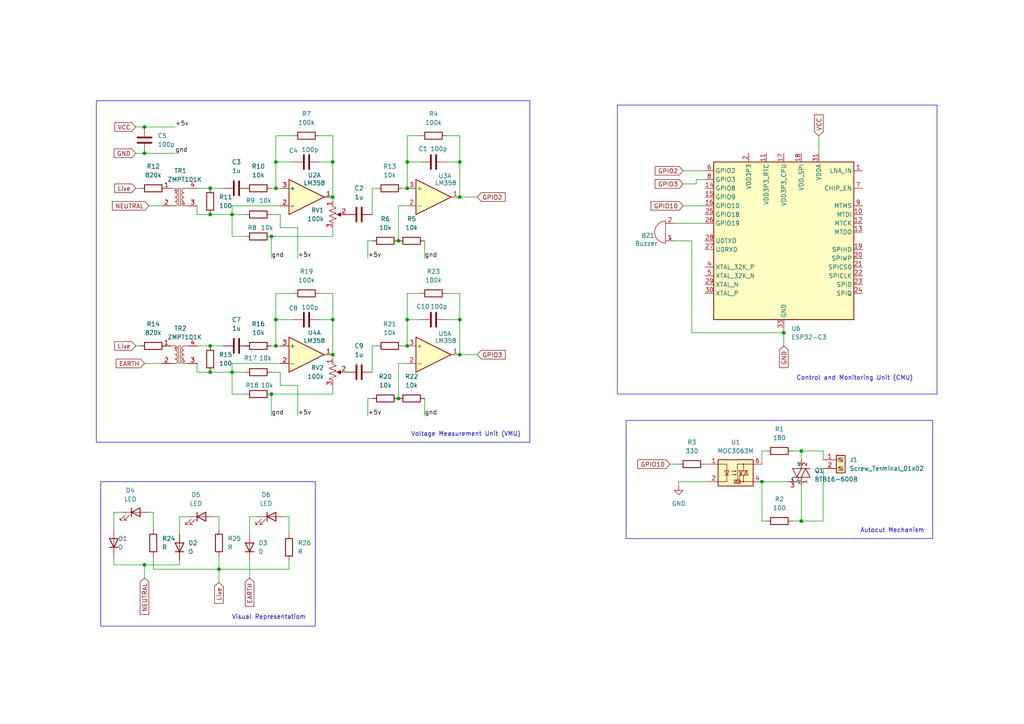
<source format=kicad_sch>
(kicad_sch (version 20250114) (generator "eeschema") (generator_version "9.0")
  (paper "A4")
  (title_block (title "Earthing Monitoring System") (date "2025-05-09") (rev "v1") (company "Sparks"))
  (lib_symbols
    (symbol "Amplifier_Operational:LM358" (pin_names (offset 0.127))
      (property "Reference" "U" (at 0 5.08 0))
      (property "Value" "LM358" (at 0 -5.08 0))
      (symbol "LM358_1_1"
        (polyline (pts (xy -5.08 5.08) (xy 5.08 0) (xy -5.08 -5.08) (xy -5.08 5.08)) (stroke (width 0.254)) (fill (type background)))
        (pin input line (at -7.62 2.54 0) (length 2.54) (name "+") (number "3"))
        (pin input line (at -7.62 -2.54 0) (length 2.54) (name "-") (number "2"))
        (pin output line (at 7.62 0 180) (length 2.54) (name "~") (number "1"))
      )
      (symbol "LM358_2_1"
        (polyline (pts (xy -5.08 5.08) (xy 5.08 0) (xy -5.08 -5.08) (xy -5.08 5.08)) (stroke (width 0.254)) (fill (type background)))
        (pin input line (at -7.62 2.54 0) (length 2.54) (name "+") (number "5"))
        (pin input line (at -7.62 -2.54 0) (length 2.54) (name "-") (number "6"))
        (pin output line (at 7.62 0 180) (length 2.54) (name "~") (number "7"))
      )
      (symbol "LM358_3_1"
        (pin power_in line (at -2.54 7.62 270) (length 3.81) (name "V+") (number "8"))
        (pin power_in line (at -2.54 -7.62 90) (length 3.81) (name "V-") (number "4"))
      )
    )
    (symbol "Connector:Screw_Terminal_01x02" (pin_names (offset 1.016) (hide yes))
      (property "Reference" "J" (at 0 2.54 0))
      (property "Value" "Screw_Terminal_01x02" (at 0 -5.08 0))
      (symbol "Screw_Terminal_01x02_1_1"
        (rectangle (start -1.27 1.27) (end 1.27 -3.81) (stroke (width 0.254)) (fill (type background)))
        (polyline (pts (xy -0.5334 0.3302) (xy 0.3302 -0.508)) (stroke (width 0.1524)))
        (polyline (pts (xy -0.5334 -2.2098) (xy 0.3302 -3.048)) (stroke (width 0.1524)))
        (polyline (pts (xy -0.3556 0.508) (xy 0.508 -0.3302)) (stroke (width 0.1524)))
        (polyline (pts (xy -0.3556 -2.032) (xy 0.508 -2.8702)) (stroke (width 0.1524)))
        (circle (center 0 0) (radius 0.635) (stroke (width 0.1524)))
        (circle (center 0 -2.54) (radius 0.635) (stroke (width 0.1524)))
        (pin passive line (at -5.08 0 0) (length 3.81) (name "Pin_1") (number "1"))
        (pin passive line (at -5.08 -2.54 0) (length 3.81) (name "Pin_2") (number "2"))
      )
    )
    (symbol "Device:Buzzer" (pin_names (offset 0.0254) (hide yes))
      (property "Reference" "BZ" (at 3.81 1.27 0))
      (property "Value" "Buzzer" (at 3.81 -1.27 0))
      (symbol "Buzzer_0_1"
        (polyline (pts (xy -1.651 1.905) (xy -1.143 1.905)))
        (polyline (pts (xy -1.397 2.159) (xy -1.397 1.651)))
        (arc (start 0 3.175) (mid 3.1612 0) (end 0 -3.175))
        (polyline (pts (xy 0 3.175) (xy 0 -3.175)))
      )
      (symbol "Buzzer_1_1"
        (pin passive line (at -2.54 2.54 0) (length 2.54) (name "+") (number "1"))
        (pin passive line (at -2.54 -2.54 0) (length 2.54) (name "-") (number "2"))
      )
    )
    (symbol "Device:C" (pin_numbers (hide yes)) (pin_names (offset 0.254))
      (property "Reference" "C" (at 0.635 2.54 0))
      (property "Value" "C" (at 0.635 -2.54 0))
      (symbol "C_0_1"
        (polyline (pts (xy -2.032 0.762) (xy 2.032 0.762)) (stroke (width 0.508)))
        (polyline (pts (xy -2.032 -0.762) (xy 2.032 -0.762)) (stroke (width 0.508)))
      )
      (symbol "C_1_1"
        (pin passive line (at 0 3.81 270) (length 2.794) (name "~") (number "1"))
        (pin passive line (at 0 -3.81 90) (length 2.794) (name "~") (number "2"))
      )
    )
    (symbol "Device:D" (pin_numbers (hide yes)) (pin_names (offset 1.016) (hide yes))
      (property "Reference" "D" (at 0 2.54 0))
      (property "Value" "D" (at 0 -2.54 0))
      (symbol "D_0_1"
        (polyline (pts (xy -1.27 1.27) (xy -1.27 -1.27)) (stroke (width 0.254)))
        (polyline (pts (xy 1.27 1.27) (xy 1.27 -1.27) (xy -1.27 0) (xy 1.27 1.27)) (stroke (width 0.254)))
        (polyline (pts (xy 1.27 0) (xy -1.27 0)))
      )
      (symbol "D_1_1"
        (pin passive line (at -3.81 0 0) (length 2.54) (name "K") (number "1"))
        (pin passive line (at 3.81 0 180) (length 2.54) (name "A") (number "2"))
      )
    )
    (symbol "Device:LED" (pin_numbers (hide yes)) (pin_names (offset 1.016) (hide yes))
      (property "Reference" "D" (at 0 2.54 0))
      (property "Value" "LED" (at 0 -2.54 0))
      (symbol "LED_0_1"
        (polyline (pts (xy -3.048 -0.762) (xy -4.572 -2.286) (xy -3.81 -2.286) (xy -4.572 -2.286) (xy -4.572 -1.524)))
        (polyline (pts (xy -1.778 -0.762) (xy -3.302 -2.286) (xy -2.54 -2.286) (xy -3.302 -2.286) (xy -3.302 -1.524)))
        (polyline (pts (xy -1.27 0) (xy 1.27 0)))
        (polyline (pts (xy -1.27 -1.27) (xy -1.27 1.27)) (stroke (width 0.254)))
        (polyline (pts (xy 1.27 -1.27) (xy 1.27 1.27) (xy -1.27 0) (xy 1.27 -1.27)) (stroke (width 0.254)))
      )
      (symbol "LED_1_1"
        (pin passive line (at -3.81 0 0) (length 2.54) (name "K") (number "1"))
        (pin passive line (at 3.81 0 180) (length 2.54) (name "A") (number "2"))
      )
    )
    (symbol "Device:R" (pin_numbers (hide yes)) (pin_names (offset 0))
      (property "Reference" "R" (at 2.032 0 90))
      (property "Value" "R" (at 0 0 90))
      (symbol "R_0_1"
        (rectangle (start -1.016 -2.54) (end 1.016 2.54) (stroke (width 0.254)))
      )
      (symbol "R_1_1"
        (pin passive line (at 0 3.81 270) (length 1.27) (name "~") (number "1"))
        (pin passive line (at 0 -3.81 90) (length 1.27) (name "~") (number "2"))
      )
    )
    (symbol "Device:R_Potentiometer_US" (pin_names (offset 1.016) (hide yes))
      (property "Reference" "RV" (at -4.445 0 90))
      (property "Value" "R_Potentiometer_US" (at -2.54 0 90))
      (symbol "R_Potentiometer_US_0_1"
        (polyline (pts (xy 0 2.54) (xy 0 2.286)))
        (polyline (pts (xy 0 2.286) (xy 1.016 1.905) (xy 0 1.524) (xy -1.016 1.143) (xy 0 0.762)))
        (polyline (pts (xy 0 0.762) (xy 1.016 0.381) (xy 0 0) (xy -1.016 -0.381) (xy 0 -0.762)))
        (polyline (pts (xy 0 -0.762) (xy 1.016 -1.143) (xy 0 -1.524) (xy -1.016 -1.905) (xy 0 -2.286)))
        (polyline (pts (xy 0 -2.286) (xy 0 -2.54)))
        (polyline (pts (xy 1.143 0) (xy 2.286 0.508) (xy 2.286 -0.508) (xy 1.143 0)) (fill (type outline)))
        (polyline (pts (xy 2.54 0) (xy 1.524 0)))
      )
      (symbol "R_Potentiometer_US_1_1"
        (pin passive line (at 0 3.81 270) (length 1.27) (name "1") (number "1"))
        (pin passive line (at 0 -3.81 90) (length 1.27) (name "3") (number "3"))
        (pin passive line (at 3.81 0 180) (length 1.27) (name "2") (number "2"))
      )
    )
    (symbol "MCU_Espressif:ESP32-C3"
      (property "Reference" "U" (at -17.272 23.876 0))
      (property "Value" "ESP32-C3" (at 16.256 23.876 0))
      (symbol "ESP32-C3_1_1"
        (rectangle (start -20.32 22.86) (end 20.32 -22.86) (stroke (width 0.254)) (fill (type background)))
        (pin bidirectional line (at -22.86 20.32 0) (length 2.54) (name "GPIO2") (number "6"))
        (pin bidirectional line (at -22.86 17.78 0) (length 2.54) (name "GPIO3") (number "8"))
        (pin bidirectional line (at -22.86 15.24 0) (length 2.54) (name "GPIO8") (number "14"))
        (pin bidirectional line (at -22.86 12.7 0) (length 2.54) (name "GPIO9") (number "15"))
        (pin bidirectional line (at -22.86 10.16 0) (length 2.54) (name "GPIO10") (number "16"))
        (pin bidirectional line (at -22.86 7.62 0) (length 2.54) (name "GPIO18") (number "25"))
        (pin bidirectional line (at -22.86 5.08 0) (length 2.54) (name "GPIO19") (number "26"))
        (pin bidirectional line (at -22.86 0 0) (length 2.54) (name "U0TXD") (number "28"))
        (pin bidirectional line (at -22.86 -2.54 0) (length 2.54) (name "U0RXD") (number "27"))
        (pin bidirectional line (at -22.86 -7.62 0) (length 2.54) (name "XTAL_32K_P") (number "4"))
        (pin bidirectional line (at -22.86 -10.16 0) (length 2.54) (name "XTAL_32K_N") (number "5"))
        (pin bidirectional line (at -22.86 -12.7 0) (length 2.54) (name "XTAL_N") (number "29"))
        (pin bidirectional line (at -22.86 -15.24 0) (length 2.54) (name "XTAL_P") (number "30"))
        (pin power_in line (at -10.16 25.4 270) (length 2.54) (name "VDD3P3") (number "2"))
        (pin passive line (at -10.16 25.4 270) (length 2.54) (hide yes) (name "VDD3P3") (number "3"))
        (pin power_in line (at -5.08 25.4 270) (length 2.54) (name "VDD3P3_RTC") (number "11"))
        (pin power_in line (at 0 25.4 270) (length 2.54) (name "VDD3P3_CPU") (number "17"))
        (pin power_in line (at 0 -25.4 90) (length 2.54) (name "GND") (number "33"))
        (pin power_out line (at 5.08 25.4 270) (length 2.54) (name "VDD_SPI") (number "18"))
        (pin power_in line (at 10.16 25.4 270) (length 2.54) (name "VDDA") (number "31"))
        (pin passive line (at 10.16 25.4 270) (length 2.54) (hide yes) (name "VDDA") (number "32"))
        (pin bidirectional line (at 22.86 20.32 180) (length 2.54) (name "LNA_IN") (number "1"))
        (pin bidirectional line (at 22.86 15.24 180) (length 2.54) (name "CHIP_EN") (number "7"))
        (pin bidirectional line (at 22.86 10.16 180) (length 2.54) (name "MTMS") (number "9"))
        (pin bidirectional line (at 22.86 7.62 180) (length 2.54) (name "MTDI") (number "10"))
        (pin bidirectional line (at 22.86 5.08 180) (length 2.54) (name "MTCK") (number "12"))
        (pin bidirectional line (at 22.86 2.54 180) (length 2.54) (name "MTDO") (number "13"))
        (pin bidirectional line (at 22.86 -2.54 180) (length 2.54) (name "SPIHD") (number "19"))
        (pin bidirectional line (at 22.86 -5.08 180) (length 2.54) (name "SPIWP") (number "20"))
        (pin bidirectional line (at 22.86 -7.62 180) (length 2.54) (name "SPICS0") (number "21"))
        (pin bidirectional line (at 22.86 -10.16 180) (length 2.54) (name "SPICLK") (number "22"))
        (pin bidirectional line (at 22.86 -12.7 180) (length 2.54) (name "SPID") (number "23"))
        (pin bidirectional line (at 22.86 -15.24 180) (length 2.54) (name "SPIQ") (number "24"))
      )
    )
    (symbol "Relay_SolidState:MOC3063M"
      (property "Reference" "U" (at -5.08 5.08 0))
      (property "Value" "MOC3063M" (at 0 5.08 0))
      (symbol "MOC3063M_0_0"
        (rectangle (start -0.381 -2.032) (end 1.397 -3.048))
        (polyline (pts (xy 1.524 -0.635) (xy 1.016 -1.016) (xy 1.016 -2.032)))
        (polyline (pts (xy 2.286 -2.54) (xy 1.397 -2.54)))
        (text "ZCD" (at 0.508 -2.54 0) (effects (font (size 0.508 0.508))))
      )
      (symbol "MOC3063M_0_1"
        (rectangle (start -5.08 3.81) (end 5.08 -3.81) (stroke (width 0.254)) (fill (type background)))
        (polyline (pts (xy -5.08 2.54) (xy -2.54 2.54) (xy -2.54 -2.54) (xy -5.08 -2.54)))
        (polyline (pts (xy -3.175 -0.635) (xy -1.905 -0.635)))
        (polyline (pts (xy -2.54 -0.635) (xy -3.175 0.635) (xy -1.905 0.635) (xy -2.54 -0.635)))
        (polyline (pts (xy -1.143 0.508) (xy 0.127 0.508) (xy -0.254 0.381) (xy -0.254 0.635) (xy 0.127 0.508)))
        (polyline (pts (xy -1.143 -0.508) (xy 0.127 -0.508) (xy -0.254 -0.635) (xy -0.254 -0.381) (xy 0.127 -0.508)))
        (polyline (pts (xy 0.889 -0.635) (xy 3.683 -0.635) (xy 3.048 0.635) (xy 2.413 -0.635)))
        (polyline (pts (xy 1.524 -0.635) (xy 1.524 0.635)))
        (polyline (pts (xy 2.286 2.54) (xy 0.508 2.54) (xy 0.508 -2.032)))
        (circle (center 2.286 2.54) (radius 0.127))
        (polyline (pts (xy 2.286 0.635) (xy 2.286 2.54) (xy 5.08 2.54)))
        (polyline (pts (xy 2.286 -0.635) (xy 2.286 -2.54) (xy 5.08 -2.54)))
        (circle (center 2.286 -2.54) (radius 0.127))
        (polyline (pts (xy 3.048 0.635) (xy 3.048 -0.635)))
        (polyline (pts (xy 3.683 0.635) (xy 0.889 0.635) (xy 1.524 -0.635) (xy 2.159 0.635)))
      )
      (symbol "MOC3063M_1_1"
        (pin passive line (at -7.62 2.54 0) (length 2.54) (name "~") (number "1"))
        (pin passive line (at -7.62 -2.54 0) (length 2.54) (name "~") (number "2"))
        (pin no_connect line (at -5.08 0 0) (length 2.54) (hide yes) (name "NC") (number "3"))
        (pin no_connect line (at 5.08 0 180) (length 2.54) (hide yes) (name "NC") (number "5"))
        (pin passive line (at 7.62 2.54 180) (length 2.54) (name "~") (number "6"))
        (pin passive line (at 7.62 -2.54 180) (length 2.54) (name "~") (number "4"))
      )
    )
    (symbol "Transformer:ZMPT101K"
      (property "Reference" "TR" (at 0 4.445 0))
      (property "Value" "ZMPT101K" (at 0 -4.445 0))
      (symbol "ZMPT101K_0_1"
        (polyline (pts (xy -1.27 2.54) (xy -2.54 2.54)))
        (polyline (pts (xy -1.27 -2.54) (xy -2.54 -2.54)))
        (polyline (pts (xy 1.27 2.54) (xy 2.54 2.54)))
        (polyline (pts (xy 1.27 -2.54) (xy 2.54 -2.54)))
      )
      (symbol "ZMPT101K_1_1"
        (arc (start -1.27 2.54) (mid -0.6377 1.905) (end -1.27 1.27))
        (arc (start -1.27 1.27) (mid -0.6377 0.635) (end -1.27 0))
        (arc (start -1.27 0) (mid -0.6377 -0.635) (end -1.27 -1.27))
        (arc (start -1.27 -1.27) (mid -0.6377 -1.905) (end -1.27 -2.54))
        (circle (center -1.143 1.905) (radius 0.127) (stroke (width 0.254)))
        (rectangle (start -0.254 2.54) (end 0.254 -2.54) (fill (type background)))
        (circle (center 1.27 -1.905) (radius 0.127) (stroke (width 0.254)))
        (arc (start 1.27 1.27) (mid 0.6377 1.905) (end 1.27 2.54))
        (arc (start 1.27 0) (mid 0.6377 0.635) (end 1.27 1.27))
        (arc (start 1.27 -1.27) (mid 0.6377 -0.635) (end 1.27 0))
        (arc (start 1.27 -2.54) (mid 0.6377 -1.905) (end 1.27 -1.27))
        (pin passive line (at -5.08 2.54 0) (length 2.54) (name "~") (number "1"))
        (pin passive line (at -5.08 -2.54 0) (length 2.54) (name "~") (number "2"))
        (pin passive line (at 5.08 2.54 180) (length 2.54) (name "~") (number "4"))
        (pin passive line (at 5.08 -2.54 180) (length 2.54) (name "~") (number "3"))
      )
    )
    (symbol "Triac_Thyristor:BTB16-600B" (pin_names (offset 0))
      (property "Reference" "Q" (at 5.08 1.905 0))
      (property "Value" "BTB16-600B" (at 5.08 0 0))
      (symbol "BTB16-600B_0_1"
        (polyline (pts (xy -2.54 1.27) (xy 2.54 1.27)) (stroke (width 0.2032)))
        (polyline (pts (xy -2.54 1.27) (xy -1.27 -1.27) (xy 0 1.27)) (stroke (width 0.2032)))
        (polyline (pts (xy -2.54 -1.27) (xy 2.54 -1.27)) (stroke (width 0.2032)))
        (polyline (pts (xy -1.27 -2.54) (xy -0.635 -1.27)))
        (polyline (pts (xy 0 -1.27) (xy 1.27 1.27) (xy 2.54 -1.27)) (stroke (width 0.2032)))
      )
      (symbol "BTB16-600B_1_1"
        (pin input line (at -3.81 -2.54 0) (length 2.54) (name "G") (number "3"))
        (pin passive line (at 0 3.81 270) (length 2.54) (name "A2") (number "2"))
        (pin passive line (at 0 -3.81 90) (length 2.54) (name "A1") (number "1"))
      )
    )
    (symbol "power:GND" (power) (pin_numbers (hide yes)) (pin_names (offset 0) (hide yes))
      (property "Value" "GND" (at 0 -3.81 0))
      (symbol "GND_0_1"
        (polyline (pts (xy 0 0) (xy 0 -1.27) (xy 1.27 -1.27) (xy 0 -2.54) (xy -1.27 -1.27) (xy 0 -1.27)))
      )
      (symbol "GND_1_1"
        (pin power_in line (at 0 0 270) (length 0) (name "~") (number "1"))
      )
    )
  )
  (rectangle (start 27.94 29.21) (end 153.67 128.27))
  (rectangle (start 29.21 139.7) (end 91.44 181.61))
  (rectangle (start 179.07 30.48) (end 271.78 114.3))
  (rectangle (start 181.61 121.92) (end 270.51 156.21))
  (text "Autocut Mechanism" (at 258.826 153.924 0) (effects (font (size 1.27 1.27))))
  (text "Control and Monitoring Unit (CMU) " (at 248.412 109.728 0) (effects (font (size 1.27 1.27))))
  (text "Visual Representatiom" (at 77.978 179.07 0) (effects (font (size 1.27 1.27))))
  (text "Voltage Measurement Unit (VMU)" (at 135.128 125.984 0) (effects (font (size 1.27 1.27))))
  (junction (at 80.01 92.71))
  (junction (at 78.74 68.58))
  (junction (at 232.41 151.13))
  (junction (at 96.52 57.15))
  (junction (at 96.52 102.87))
  (junction (at 60.96 100.33))
  (junction (at 67.31 62.23))
  (junction (at 227.33 96.52))
  (junction (at 133.35 102.87))
  (junction (at 96.52 92.71))
  (junction (at 60.96 54.61))
  (junction (at 220.98 139.7))
  (junction (at 115.57 115.57))
  (junction (at 232.41 130.81))
  (junction (at 118.11 54.61))
  (junction (at 115.57 69.85))
  (junction (at 133.35 57.15))
  (junction (at 96.52 46.99))
  (junction (at 41.91 44.45))
  (junction (at 60.96 62.23))
  (junction (at 41.91 163.83))
  (junction (at 78.74 114.3))
  (junction (at 118.11 46.99))
  (junction (at 118.11 92.71))
  (junction (at 80.01 100.33))
  (junction (at 80.01 46.99))
  (junction (at 60.96 107.95))
  (junction (at 118.11 100.33))
  (junction (at 41.91 36.83))
  (junction (at 63.5 165.1))
  (junction (at 133.35 92.71))
  (junction (at 133.35 46.99))
  (junction (at 80.01 54.61))
  (junction (at 67.31 107.95))
  (wire (pts (xy 80.01 46.99) (xy 80.01 54.61)))
  (wire (pts (xy 41.91 44.45) (xy 50.8 44.45)))
  (wire (pts (xy 60.96 100.33) (xy 64.77 100.33)))
  (wire (pts (xy 205.74 139.7) (xy 196.85 139.7)))
  (wire (pts (xy 81.28 66.04) (xy 86.36 66.04)))
  (wire (pts (xy 115.57 105.41) (xy 115.57 115.57)))
  (wire (pts (xy 133.35 85.09) (xy 133.35 92.71)))
  (wire (pts (xy 83.82 165.1) (xy 83.82 162.56)))
  (wire (pts (xy 96.52 102.87) (xy 96.52 104.14)))
  (wire (pts (xy 78.74 68.58) (xy 78.74 74.93)))
  (wire (pts (xy 43.18 59.69) (xy 46.99 59.69)))
  (wire (pts (xy 227.33 95.25) (xy 227.33 96.52)))
  (wire (pts (xy 118.11 39.37) (xy 121.92 39.37)))
  (wire (pts (xy 198.12 49.53) (xy 204.47 49.53)))
  (wire (pts (xy 52.07 149.86) (xy 52.07 154.94)))
  (wire (pts (xy 107.95 115.57) (xy 106.68 115.57)))
  (wire (pts (xy 96.52 111.76) (xy 96.52 114.3)))
  (wire (pts (xy 81.28 107.95) (xy 78.74 107.95)))
  (wire (pts (xy 39.37 36.83) (xy 41.91 36.83)))
  (wire (pts (xy 67.31 107.95) (xy 67.31 114.3)))
  (wire (pts (xy 78.74 114.3) (xy 96.52 114.3)))
  (wire (pts (xy 81.28 105.41) (xy 67.31 105.41)))
  (wire (pts (xy 200.66 69.85) (xy 195.58 69.85)))
  (wire (pts (xy 48.26 100.33) (xy 46.99 100.33)))
  (wire (pts (xy 109.22 100.33) (xy 107.95 100.33)))
  (wire (pts (xy 78.74 54.61) (xy 80.01 54.61)))
  (wire (pts (xy 96.52 39.37) (xy 92.71 39.37)))
  (wire (pts (xy 82.55 149.86) (xy 83.82 149.86)))
  (wire (pts (xy 204.47 134.62) (xy 205.74 134.62)))
  (wire (pts (xy 201.93 52.07) (xy 201.93 53.34)))
  (wire (pts (xy 200.66 69.85) (xy 200.66 96.52)))
  (wire (pts (xy 106.68 69.85) (xy 106.68 74.93)))
  (wire (pts (xy 67.31 62.23) (xy 67.31 68.58)))
  (wire (pts (xy 118.11 92.71) (xy 118.11 100.33)))
  (wire (pts (xy 80.01 85.09) (xy 80.01 92.71)))
  (wire (pts (xy 232.41 130.81) (xy 238.76 130.81)))
  (wire (pts (xy 72.39 149.86) (xy 72.39 154.94)))
  (wire (pts (xy 80.01 92.71) (xy 80.01 100.33)))
  (wire (pts (xy 123.19 74.93) (xy 123.19 69.85)))
  (wire (pts (xy 72.39 162.56) (xy 72.39 167.64)))
  (wire (pts (xy 57.15 107.95) (xy 60.96 107.95)))
  (wire (pts (xy 85.09 85.09) (xy 80.01 85.09)))
  (wire (pts (xy 44.45 148.59) (xy 44.45 153.67)))
  (wire (pts (xy 80.01 46.99) (xy 85.09 46.99)))
  (wire (pts (xy 129.54 92.71) (xy 133.35 92.71)))
  (wire (pts (xy 60.96 54.61) (xy 64.77 54.61)))
  (wire (pts (xy 118.11 105.41) (xy 115.57 105.41)))
  (wire (pts (xy 39.37 100.33) (xy 40.64 100.33)))
  (wire (pts (xy 57.15 59.69) (xy 57.15 62.23)))
  (wire (pts (xy 33.02 163.83) (xy 41.91 163.83)))
  (wire (pts (xy 116.84 100.33) (xy 118.11 100.33)))
  (wire (pts (xy 41.91 36.83) (xy 50.8 36.83)))
  (wire (pts (xy 67.31 62.23) (xy 71.12 62.23)))
  (wire (pts (xy 118.11 46.99) (xy 118.11 54.61)))
  (wire (pts (xy 220.98 139.7) (xy 228.6 139.7)))
  (wire (pts (xy 232.41 130.81) (xy 232.41 133.35)))
  (wire (pts (xy 133.35 57.15) (xy 138.43 57.15)))
  (wire (pts (xy 63.5 165.1) (xy 63.5 168.91)))
  (wire (pts (xy 96.52 57.15) (xy 96.52 58.42)))
  (wire (pts (xy 118.11 85.09) (xy 118.11 92.71)))
  (wire (pts (xy 81.28 62.23) (xy 78.74 62.23)))
  (wire (pts (xy 133.35 92.71) (xy 133.35 102.87)))
  (wire (pts (xy 237.49 39.37) (xy 237.49 44.45)))
  (wire (pts (xy 107.95 54.61) (xy 107.95 62.23)))
  (wire (pts (xy 133.35 46.99) (xy 133.35 57.15)))
  (wire (pts (xy 67.31 59.69) (xy 67.31 62.23)))
  (wire (pts (xy 229.87 130.81) (xy 232.41 130.81)))
  (wire (pts (xy 39.37 54.61) (xy 40.64 54.61)))
  (wire (pts (xy 35.56 148.59) (xy 33.02 148.59)))
  (wire (pts (xy 129.54 39.37) (xy 133.35 39.37)))
  (wire (pts (xy 107.95 100.33) (xy 107.95 107.95)))
  (wire (pts (xy 220.98 151.13) (xy 220.98 139.7)))
  (wire (pts (xy 133.35 102.87) (xy 138.43 102.87)))
  (wire (pts (xy 220.98 130.81) (xy 222.25 130.81)))
  (wire (pts (xy 74.93 149.86) (xy 72.39 149.86)))
  (wire (pts (xy 115.57 59.69) (xy 115.57 69.85)))
  (wire (pts (xy 222.25 151.13) (xy 220.98 151.13)))
  (wire (pts (xy 41.91 163.83) (xy 52.07 163.83)))
  (wire (pts (xy 195.58 64.77) (xy 204.47 64.77)))
  (wire (pts (xy 123.19 120.65) (xy 123.19 115.57)))
  (wire (pts (xy 67.31 105.41) (xy 67.31 107.95)))
  (wire (pts (xy 107.95 69.85) (xy 106.68 69.85)))
  (wire (pts (xy 86.36 66.04) (xy 86.36 74.93)))
  (wire (pts (xy 198.12 53.34) (xy 201.93 53.34)))
  (wire (pts (xy 92.71 92.71) (xy 96.52 92.71)))
  (wire (pts (xy 109.22 54.61) (xy 107.95 54.61)))
  (wire (pts (xy 96.52 85.09) (xy 96.52 92.71)))
  (wire (pts (xy 238.76 135.89) (xy 238.76 151.13)))
  (wire (pts (xy 60.96 107.95) (xy 67.31 107.95)))
  (wire (pts (xy 227.33 96.52) (xy 227.33 100.33)))
  (wire (pts (xy 41.91 163.83) (xy 41.91 167.64)))
  (wire (pts (xy 133.35 39.37) (xy 133.35 46.99)))
  (wire (pts (xy 54.61 149.86) (xy 52.07 149.86)))
  (wire (pts (xy 118.11 39.37) (xy 118.11 46.99)))
  (wire (pts (xy 67.31 107.95) (xy 71.12 107.95)))
  (wire (pts (xy 80.01 39.37) (xy 80.01 46.99)))
  (wire (pts (xy 57.15 105.41) (xy 57.15 107.95)))
  (wire (pts (xy 60.96 62.23) (xy 67.31 62.23)))
  (wire (pts (xy 33.02 161.29) (xy 33.02 163.83)))
  (wire (pts (xy 96.52 92.71) (xy 96.52 102.87)))
  (wire (pts (xy 232.41 151.13) (xy 229.87 151.13)))
  (wire (pts (xy 57.15 62.23) (xy 60.96 62.23)))
  (wire (pts (xy 118.11 92.71) (xy 121.92 92.71)))
  (wire (pts (xy 81.28 111.76) (xy 86.36 111.76)))
  (wire (pts (xy 96.52 66.04) (xy 96.52 68.58)))
  (wire (pts (xy 220.98 134.62) (xy 220.98 130.81)))
  (wire (pts (xy 129.54 46.99) (xy 133.35 46.99)))
  (wire (pts (xy 57.15 54.61) (xy 60.96 54.61)))
  (wire (pts (xy 72.39 100.33) (xy 71.12 100.33)))
  (wire (pts (xy 80.01 54.61) (xy 81.28 54.61)))
  (wire (pts (xy 52.07 163.83) (xy 52.07 162.56)))
  (wire (pts (xy 48.26 54.61) (xy 46.99 54.61)))
  (wire (pts (xy 118.11 46.99) (xy 121.92 46.99)))
  (wire (pts (xy 96.52 46.99) (xy 96.52 57.15)))
  (wire (pts (xy 106.68 115.57) (xy 106.68 120.65)))
  (wire (pts (xy 232.41 151.13) (xy 238.76 151.13)))
  (wire (pts (xy 39.37 44.45) (xy 41.91 44.45)))
  (wire (pts (xy 78.74 68.58) (xy 96.52 68.58)))
  (wire (pts (xy 57.15 100.33) (xy 60.96 100.33)))
  (wire (pts (xy 200.66 96.52) (xy 227.33 96.52)))
  (wire (pts (xy 63.5 149.86) (xy 63.5 153.67)))
  (wire (pts (xy 81.28 111.76) (xy 81.28 107.95)))
  (wire (pts (xy 44.45 161.29) (xy 44.45 165.1)))
  (wire (pts (xy 63.5 165.1) (xy 63.5 161.29)))
  (wire (pts (xy 116.84 54.61) (xy 118.11 54.61)))
  (wire (pts (xy 118.11 59.69) (xy 115.57 59.69)))
  (wire (pts (xy 85.09 39.37) (xy 80.01 39.37)))
  (wire (pts (xy 33.02 148.59) (xy 33.02 153.67)))
  (wire (pts (xy 63.5 165.1) (xy 83.82 165.1)))
  (wire (pts (xy 72.39 54.61) (xy 71.12 54.61)))
  (wire (pts (xy 81.28 59.69) (xy 67.31 59.69)))
  (wire (pts (xy 44.45 165.1) (xy 63.5 165.1)))
  (wire (pts (xy 83.82 149.86) (xy 83.82 154.94)))
  (wire (pts (xy 198.12 59.69) (xy 204.47 59.69)))
  (wire (pts (xy 67.31 68.58) (xy 71.12 68.58)))
  (wire (pts (xy 81.28 66.04) (xy 81.28 62.23)))
  (wire (pts (xy 196.85 139.7) (xy 196.85 140.97)))
  (wire (pts (xy 67.31 114.3) (xy 71.12 114.3)))
  (wire (pts (xy 232.41 140.97) (xy 232.41 151.13)))
  (wire (pts (xy 118.11 85.09) (xy 121.92 85.09)))
  (wire (pts (xy 194.31 134.62) (xy 196.85 134.62)))
  (wire (pts (xy 80.01 100.33) (xy 81.28 100.33)))
  (wire (pts (xy 129.54 85.09) (xy 133.35 85.09)))
  (wire (pts (xy 96.52 39.37) (xy 96.52 46.99)))
  (wire (pts (xy 43.18 148.59) (xy 44.45 148.59)))
  (wire (pts (xy 86.36 111.76) (xy 86.36 120.65)))
  (wire (pts (xy 78.74 114.3) (xy 78.74 120.65)))
  (wire (pts (xy 80.01 92.71) (xy 85.09 92.71)))
  (wire (pts (xy 201.93 52.07) (xy 204.47 52.07)))
  (wire (pts (xy 41.91 105.41) (xy 46.99 105.41)))
  (wire (pts (xy 238.76 133.35) (xy 238.76 130.81)))
  (wire (pts (xy 78.74 100.33) (xy 80.01 100.33)))
  (wire (pts (xy 96.52 85.09) (xy 92.71 85.09)))
  (wire (pts (xy 63.5 149.86) (xy 62.23 149.86)))
  (wire (pts (xy 92.71 46.99) (xy 96.52 46.99)))
  (label "+5v" (at 106.68 74.93 0))
  (label "+5v" (at 86.36 120.65 0))
  (label "+5v" (at 106.68 120.65 0))
  (label "+5v" (at 86.36 74.93 0))
  (label "+5v" (at 50.8 36.83 0))
  (label "gnd" (at 123.19 120.65 0))
  (label "gnd" (at 78.74 74.93 0))
  (label "gnd" (at 78.74 120.65 0))
  (label "gnd" (at 123.19 74.93 0))
  (label "gnd" (at 50.8 44.45 0))
  (global_label "GPIO2" (shape input) (at 138.43 57.15 0) (property "Intersheetrefs" "${INTERSHEET_REFS}" (effects (hide yes))))
  (global_label "VCC" (shape input) (at 39.37 36.83 180) (property "Intersheetrefs" "${INTERSHEET_REFS}" (effects (hide yes))))
  (global_label "GND" (shape input) (at 39.37 44.45 180) (property "Intersheetrefs" "${INTERSHEET_REFS}" (effects (hide yes))))
  (global_label "EARTH" (shape input) (at 41.91 105.41 180) (property "Intersheetrefs" "${INTERSHEET_REFS}" (effects (hide yes))))
  (global_label "EARTH" (shape input) (at 72.39 167.64 270) (property "Intersheetrefs" "${INTERSHEET_REFS}" (effects (hide yes))))
  (global_label "GPIO3" (shape input) (at 198.12 53.34 180) (property "Intersheetrefs" "${INTERSHEET_REFS}" (effects (hide yes))))
  (global_label "Live" (shape input) (at 39.37 100.33 180) (property "Intersheetrefs" "${INTERSHEET_REFS}" (effects (hide yes))))
  (global_label "GND" (shape input) (at 227.33 100.33 270) (property "Intersheetrefs" "${INTERSHEET_REFS}" (effects (hide yes))))
  (global_label "GPIO10" (shape input) (at 198.12 59.69 180) (property "Intersheetrefs" "${INTERSHEET_REFS}" (effects (hide yes))))
  (global_label "NEUTRAL" (shape input) (at 43.18 59.69 180) (property "Intersheetrefs" "${INTERSHEET_REFS}" (effects (hide yes))))
  (global_label "NEUTRAL" (shape input) (at 41.91 167.64 270) (property "Intersheetrefs" "${INTERSHEET_REFS}" (effects (hide yes))))
  (global_label "Live" (shape input) (at 63.5 168.91 270) (property "Intersheetrefs" "${INTERSHEET_REFS}" (effects (hide yes))))
  (global_label "GPIO2" (shape input) (at 198.12 49.53 180) (property "Intersheetrefs" "${INTERSHEET_REFS}" (effects (hide yes))))
  (global_label "Live" (shape input) (at 39.37 54.61 180) (property "Intersheetrefs" "${INTERSHEET_REFS}" (effects (hide yes))))
  (global_label "VCC" (shape input) (at 237.49 39.37 90) (property "Intersheetrefs" "${INTERSHEET_REFS}" (effects (hide yes))))
  (global_label "GPIO10" (shape input) (at 194.31 134.62 180) (property "Intersheetrefs" "${INTERSHEET_REFS}" (effects (hide yes))))
  (global_label "GPIO3" (shape input) (at 138.43 102.87 0) (property "Intersheetrefs" "${INTERSHEET_REFS}" (effects (hide yes))))
  (symbol (lib_id "Device:R") (at 60.96 104.14 180) (unit 1)
    (property "Reference" "R15" (at 63.5 102.8699 0) (effects (justify right)))
    (property "Value" "100" (at 63.5 105.4099 0) (effects (justify right)))
    (property "Description" "Resistor" (effects (hide yes)))
  )
  (symbol (lib_id "Device:R") (at 119.38 69.85 90) (unit 1)
    (property "Reference" "R5" (at 119.38 63.5 90))
    (property "Value" "10k" (at 119.38 66.04 90))
    (property "Description" "Resistor" (effects (hide yes)))
  )
  (symbol (lib_id "Device:R") (at 44.45 157.48 0) (unit 1)
    (property "Reference" "R24" (at 46.99 156.2099 0) (effects (justify left)))
    (property "Value" "R" (at 46.99 158.7499 0) (effects (justify left)))
    (property "Description" "Resistor" (effects (hide yes)))
  )
  (symbol (lib_id "Device:R") (at 200.66 134.62 90) (unit 1)
    (property "Reference" "R3" (at 200.66 128.27 90))
    (property "Value" "330" (at 200.66 130.81 90))
    (property "Description" "Resistor" (effects (hide yes)))
  )
  (symbol (lib_id "Amplifier_Operational:LM358") (at 125.73 57.15 0) (unit 1)
    (property "Reference" "U3" (at 129.032 51.054 0))
    (property "Value" "LM358" (at 129.286 53.086 0))
    (property "Datasheet" "http://www.ti.com/lit/ds/symlink/lm2904-n.pdf" (effects (hide yes)))
    (property "Description" "Low-Power, Dual Operational Amplifiers, DIP-8/SOIC-8/TO-99-8" (effects (hide yes)))
  )
  (symbol (lib_id "Device:C") (at 88.9 92.71 90) (unit 1)
    (property "Reference" "C8" (at 85.09 89.408 90))
    (property "Value" "100p" (at 89.916 89.154 90))
    (property "Description" "Unpolarized capacitor" (effects (hide yes)))
  )
  (symbol (lib_id "Device:R") (at 63.5 157.48 0) (unit 1)
    (property "Reference" "R25" (at 66.04 156.2099 0) (effects (justify left)))
    (property "Value" "R" (at 66.04 158.7499 0) (effects (justify left)))
    (property "Description" "Resistor" (effects (hide yes)))
  )
  (symbol (lib_id "Amplifier_Operational:LM358") (at 125.73 102.87 0) (unit 1)
    (property "Reference" "U5" (at 129.032 96.774 0))
    (property "Value" "LM358" (at 129.286 98.806 0))
    (property "Datasheet" "http://www.ti.com/lit/ds/symlink/lm2904-n.pdf" (effects (hide yes)))
    (property "Description" "Low-Power, Dual Operational Amplifiers, DIP-8/SOIC-8/TO-99-8" (effects (hide yes)))
  )
  (symbol (lib_id "Device:R") (at 44.45 100.33 90) (unit 1)
    (property "Reference" "R14" (at 44.45 93.98 90))
    (property "Value" "820k" (at 44.45 96.52 90))
    (property "Description" "Resistor" (effects (hide yes)))
  )
  (symbol (lib_id "Device:R") (at 74.93 62.23 90) (unit 1)
    (property "Reference" "R9" (at 72.644 58.166 90))
    (property "Value" "10k" (at 76.962 58.166 90))
    (property "Description" "Resistor" (effects (hide yes)))
  )
  (symbol (lib_id "Device:C") (at 125.73 92.71 90) (unit 1)
    (property "Reference" "C10" (at 122.682 88.9 90))
    (property "Value" "100p" (at 127.254 88.9 90))
    (property "Description" "Unpolarized capacitor" (effects (hide yes)))
  )
  (symbol (lib_id "Device:R") (at 125.73 85.09 90) (unit 1)
    (property "Reference" "R23" (at 125.73 78.74 90))
    (property "Value" "100k" (at 125.73 81.28 90))
    (property "Description" "Resistor" (effects (hide yes)))
  )
  (symbol (lib_id "Device:R") (at 88.9 39.37 90) (unit 1)
    (property "Reference" "R7" (at 88.9 33.02 90))
    (property "Value" "100k" (at 88.9 35.56 90))
    (property "Description" "Resistor" (effects (hide yes)))
  )
  (symbol (lib_id "Device:C") (at 104.14 62.23 90) (unit 1)
    (property "Reference" "C2" (at 104.14 54.61 90))
    (property "Value" "1u" (at 104.14 57.15 90))
    (property "Description" "Unpolarized capacitor" (effects (hide yes)))
  )
  (symbol (lib_id "Device:R") (at 60.96 58.42 180) (unit 1)
    (property "Reference" "R11" (at 63.5 57.1499 0) (effects (justify right)))
    (property "Value" "100" (at 63.5 59.6899 0) (effects (justify right)))
    (property "Description" "Resistor" (effects (hide yes)))
  )
  (symbol (lib_id "Transformer:ZMPT101K") (at 52.07 57.15 0) (unit 1)
    (property "Reference" "TR1" (at 52.324 49.53 0))
    (property "Value" "ZMPT101K" (at 53.594 52.07 0))
    (property "Footprint" "Transformer_THT:Transformer_Zeming_ZMPT101K" (effects (hide yes)))
    (property "Datasheet" "https://5krorwxhmqqirik.leadongcdn.com/ZMPT101K+specification-aidikBqoKomRilSkopqmikp.pdf" (effects (hide yes)))
    (property "Description" "Qingxian Zeming Langxi Electronic ZMPT101K voltage transformer 1000:1000 2mA:2mA" (effects (hide yes)))
  )
  (symbol (lib_id "Device:R") (at 125.73 39.37 90) (unit 1)
    (property "Reference" "R4" (at 125.73 33.02 90))
    (property "Value" "100k" (at 125.73 35.56 90))
    (property "Description" "Resistor" (effects (hide yes)))
  )
  (symbol (lib_id "Device:R") (at 74.93 107.95 90) (unit 1)
    (property "Reference" "R17" (at 72.644 103.886 90))
    (property "Value" "10k" (at 76.962 103.886 90))
    (property "Description" "Resistor" (effects (hide yes)))
  )
  (symbol (lib_id "Connector:Screw_Terminal_01x02") (at 243.84 133.35 0) (unit 1)
    (property "Reference" "J1" (at 246.38 133.3499 0) (effects (justify left)))
    (property "Value" "Screw_Terminal_01x02" (at 246.38 135.8899 0) (effects (justify left)))
    (property "Description" "Generic screw terminal, single row, 01x02, script generated (kicad-library-utils/schlib/autogen/connector/)" (effects (hide yes)))
  )
  (symbol (lib_id "Relay_SolidState:MOC3063M") (at 213.36 137.16 0) (unit 1)
    (property "Reference" "U1" (at 213.36 128.27 0))
    (property "Value" "MOC3063M" (at 213.36 130.81 0))
    (property "Datasheet" "https://www.onsemi.com/pub/Collateral/MOC3163M-D.pdf" (effects (hide yes)))
    (property "Description" "Zero Cross Opto-Triac, Vdrm 600V, Ift 5mA, DIP6" (effects (hide yes)))
  )
  (symbol (lib_id "Device:D") (at 52.07 158.75 90) (unit 1)
    (property "Reference" "D2" (at 54.61 157.4799 90) (effects (justify right)))
    (property "Value" "D" (at 54.61 160.0199 90) (effects (justify right)))
    (property "Description" "Diode" (effects (hide yes)))
    (property "Sim.Device" "D" (effects (hide yes)))
    (property "Sim.Pins" "1=K 2=A" (effects (hide yes)))
  )
  (symbol (lib_id "Device:R") (at 111.76 115.57 90) (unit 1)
    (property "Reference" "R20" (at 111.76 109.22 90))
    (property "Value" "10k" (at 111.76 111.76 90))
    (property "Description" "Resistor" (effects (hide yes)))
  )
  (symbol (lib_id "Device:D") (at 72.39 158.75 90) (unit 1)
    (property "Reference" "D3" (at 74.93 157.4799 90) (effects (justify right)))
    (property "Value" "D" (at 74.93 160.0199 90) (effects (justify right)))
    (property "Description" "Diode" (effects (hide yes)))
    (property "Sim.Device" "D" (effects (hide yes)))
    (property "Sim.Pins" "1=K 2=A" (effects (hide yes)))
  )
  (symbol (lib_id "Device:D") (at 33.02 157.48 90) (unit 1)
    (property "Reference" "D1" (at 34.29 156.2099 90) (effects (justify right)))
    (property "Value" "D" (at 34.29 158.7499 90) (effects (justify right)))
    (property "Description" "Diode" (effects (hide yes)))
    (property "Sim.Device" "D" (effects (hide yes)))
    (property "Sim.Pins" "1=K 2=A" (effects (hide yes)))
  )
  (symbol (lib_id "Device:R") (at 44.45 54.61 90) (unit 1)
    (property "Reference" "R12" (at 44.45 48.26 90))
    (property "Value" "820k" (at 44.45 50.8 90))
    (property "Description" "Resistor" (effects (hide yes)))
  )
  (symbol (lib_id "Device:R") (at 88.9 85.09 90) (unit 1)
    (property "Reference" "R19" (at 88.9 78.74 90))
    (property "Value" "100k" (at 88.9 81.28 90))
    (property "Description" "Resistor" (effects (hide yes)))
  )
  (symbol (lib_id "Device:Buzzer") (at 193.04 67.31 180) (unit 1)
    (property "Reference" "BZ1" (at 187.96 68.326 0))
    (property "Value" "Buzzer" (at 187.452 70.612 0))
    (property "Description" "Buzzer, polarized" (effects (hide yes)))
  )
  (symbol (lib_id "Device:C") (at 41.91 40.64 0) (unit 1)
    (property "Reference" "C5" (at 45.72 39.3699 0) (effects (justify left)))
    (property "Value" "100p" (at 45.72 41.9099 0) (effects (justify left)))
    (property "Description" "Unpolarized capacitor" (effects (hide yes)))
  )
  (symbol (lib_id "Amplifier_Operational:LM358") (at 88.9 57.15 0) (unit 1)
    (property "Reference" "U2" (at 91.186 50.8 0))
    (property "Value" "LM358" (at 91.186 53.086 0))
    (property "Datasheet" "http://www.ti.com/lit/ds/symlink/lm2904-n.pdf" (effects (hide yes)))
    (property "Description" "Low-Power, Dual Operational Amplifiers, DIP-8/SOIC-8/TO-99-8" (effects (hide yes)))
  )
  (symbol (lib_id "MCU_Espressif:ESP32-C3") (at 227.33 69.85 0) (unit 1)
    (property "Reference" "U6" (at 229.4733 95.25 0) (effects (justify left)))
    (property "Value" "ESP32-C3" (at 229.4733 97.79 0) (effects (justify left)))
    (property "Footprint" "Package_DFN_QFN:QFN-32-1EP_5x5mm_P0.5mm_EP3.7x3.7mm" (effects (hide yes)))
    (property "Datasheet" "https://www.espressif.com/sites/default/files/documentation/esp32-c3_datasheet_en.pdf" (effects (hide yes)))
    (property "Description" "RF Module, ESP32 SoC, RISC-V, WiFi 802.11b/n/g, Bluetooth LE 5, QFN32" (effects (hide yes)))
  )
  (symbol (lib_id "Device:R") (at 119.38 115.57 90) (unit 1)
    (property "Reference" "R22" (at 119.38 109.22 90))
    (property "Value" "10k" (at 119.38 111.76 90))
    (property "Description" "Resistor" (effects (hide yes)))
  )
  (symbol (lib_id "Device:R_Potentiometer_US") (at 96.52 62.23 0) (unit 1)
    (property "Reference" "RV1" (at 93.98 60.9599 0) (effects (justify right)))
    (property "Value" "100k" (at 93.98 63.4999 0) (effects (justify right)))
    (property "Description" "Potentiometer, US symbol" (effects (hide yes)))
  )
  (symbol (lib_id "Device:R") (at 226.06 130.81 90) (unit 1)
    (property "Reference" "R1" (at 226.06 124.46 90))
    (property "Value" "180" (at 226.06 127 90))
    (property "Description" "Resistor" (effects (hide yes)))
  )
  (symbol (lib_id "Amplifier_Operational:LM358") (at 88.9 102.87 0) (unit 1)
    (property "Reference" "U4" (at 91.186 96.52 0))
    (property "Value" "LM358" (at 91.186 98.806 0))
    (property "Datasheet" "http://www.ti.com/lit/ds/symlink/lm2904-n.pdf" (effects (hide yes)))
    (property "Description" "Low-Power, Dual Operational Amplifiers, DIP-8/SOIC-8/TO-99-8" (effects (hide yes)))
  )
  (symbol (lib_id "Device:LED") (at 58.42 149.86 0) (unit 1)
    (property "Reference" "D5" (at 56.8325 143.51 0))
    (property "Value" "LED" (at 56.8325 146.05 0))
    (property "Description" "Light emitting diode" (effects (hide yes)))
    (property "Sim.Pins" "1=K 2=A" (effects (hide yes)))
  )
  (symbol (lib_id "Device:R") (at 113.03 54.61 90) (unit 1)
    (property "Reference" "R13" (at 113.03 48.26 90))
    (property "Value" "10k" (at 113.03 50.8 90))
    (property "Description" "Resistor" (effects (hide yes)))
  )
  (symbol (lib_id "Transformer:ZMPT101K") (at 52.07 102.87 0) (unit 1)
    (property "Reference" "TR2" (at 52.324 95.25 0))
    (property "Value" "ZMPT101K" (at 53.594 97.79 0))
    (property "Footprint" "Transformer_THT:Transformer_Zeming_ZMPT101K" (effects (hide yes)))
    (property "Datasheet" "https://5krorwxhmqqirik.leadongcdn.com/ZMPT101K+specification-aidikBqoKomRilSkopqmikp.pdf" (effects (hide yes)))
    (property "Description" "Qingxian Zeming Langxi Electronic ZMPT101K voltage transformer 1000:1000 2mA:2mA" (effects (hide yes)))
  )
  (symbol (lib_id "Device:C") (at 104.14 107.95 90) (unit 1)
    (property "Reference" "C9" (at 104.14 100.33 90))
    (property "Value" "1u" (at 104.14 102.87 90))
    (property "Description" "Unpolarized capacitor" (effects (hide yes)))
  )
  (symbol (lib_id "Device:R") (at 83.82 158.75 0) (unit 1)
    (property "Reference" "R26" (at 86.36 157.4799 0) (effects (justify left)))
    (property "Value" "R" (at 86.36 160.0199 0) (effects (justify left)))
    (property "Description" "Resistor" (effects (hide yes)))
  )
  (symbol (lib_id "Device:C") (at 88.9 46.99 90) (unit 1)
    (property "Reference" "C4" (at 85.09 43.688 90))
    (property "Value" "100p" (at 89.916 43.434 90))
    (property "Description" "Unpolarized capacitor" (effects (hide yes)))
  )
  (symbol (lib_id "power:GND") (at 196.85 140.97 0) (unit 1)
    (property "Reference" "#PWR02" (effects (hide yes)))
    (property "Value" "GND" (at 196.85 146.05 0))
    (property "Description" "Power symbol creates a global label with name \"GND\" , ground" (effects (hide yes)))
  )
  (symbol (lib_id "Device:R") (at 74.93 114.3 90) (unit 1)
    (property "Reference" "R18" (at 73.152 111.76 90))
    (property "Value" "10k" (at 77.47 111.76 90))
    (property "Description" "Resistor" (effects (hide yes)))
  )
  (symbol (lib_id "Device:LED") (at 78.74 149.86 0) (unit 1)
    (property "Reference" "D6" (at 77.1525 143.51 0))
    (property "Value" "LED" (at 77.1525 146.05 0))
    (property "Description" "Light emitting diode" (effects (hide yes)))
    (property "Sim.Pins" "1=K 2=A" (effects (hide yes)))
  )
  (symbol (lib_id "Device:C") (at 68.58 100.33 90) (unit 1)
    (property "Reference" "C7" (at 68.58 92.71 90))
    (property "Value" "1u" (at 68.58 95.25 90))
    (property "Description" "Unpolarized capacitor" (effects (hide yes)))
  )
  (symbol (lib_id "Device:R") (at 74.93 54.61 90) (unit 1)
    (property "Reference" "R10" (at 74.93 48.26 90))
    (property "Value" "10k" (at 74.93 50.8 90))
    (property "Description" "Resistor" (effects (hide yes)))
  )
  (symbol (lib_id "Device:R") (at 74.93 100.33 90) (unit 1)
    (property "Reference" "R16" (at 74.93 93.98 90))
    (property "Value" "10k" (at 74.93 96.52 90))
    (property "Description" "Resistor" (effects (hide yes)))
  )
  (symbol (lib_id "Device:R") (at 226.06 151.13 90) (unit 1)
    (property "Reference" "R2" (at 226.06 144.78 90))
    (property "Value" "100" (at 226.06 147.32 90))
    (property "Description" "Resistor" (effects (hide yes)))
  )
  (symbol (lib_id "Device:LED") (at 39.37 148.59 0) (unit 1)
    (property "Reference" "D4" (at 37.7825 142.24 0))
    (property "Value" "LED" (at 37.7825 144.78 0))
    (property "Description" "Light emitting diode" (effects (hide yes)))
    (property "Sim.Pins" "1=K 2=A" (effects (hide yes)))
  )
  (symbol (lib_id "Device:C") (at 125.73 46.99 90) (unit 1)
    (property "Reference" "C1" (at 122.682 43.18 90))
    (property "Value" "100p" (at 127.254 43.18 90))
    (property "Description" "Unpolarized capacitor" (effects (hide yes)))
  )
  (symbol (lib_id "Device:C") (at 68.58 54.61 90) (unit 1)
    (property "Reference" "C3" (at 68.58 46.99 90))
    (property "Value" "1u" (at 68.58 49.53 90))
    (property "Description" "Unpolarized capacitor" (effects (hide yes)))
  )
  (symbol (lib_id "Device:R") (at 111.76 69.85 90) (unit 1)
    (property "Reference" "R6" (at 111.76 63.5 90))
    (property "Value" "10k" (at 111.76 66.04 90))
    (property "Description" "Resistor" (effects (hide yes)))
  )
  (symbol (lib_id "Triac_Thyristor:BTB16-600B") (at 232.41 137.16 0) (unit 1)
    (property "Reference" "Q1" (at 236.22 136.4741 0) (effects (justify left)))
    (property "Value" "BTB16-600B" (at 236.22 139.0141 0) (effects (justify left)))
    (property "Footprint" "Package_TO_SOT_THT:TO-220-3_Vertical" (effects (hide yes)))
    (property "Datasheet" "https://www.st.com/resource/en/datasheet/bta16.pdf" (effects (hide yes)))
    (property "Description" "16A RMS, 600V Off-State Voltage, 50mA Sensitivity, Non-Insulated, Triac, TO-220" (effects (hide yes)))
  )
  (symbol (lib_id "Device:R") (at 74.93 68.58 90) (unit 1)
    (property "Reference" "R8" (at 73.152 66.04 90))
    (property "Value" "10k" (at 77.47 66.04 90))
    (property "Description" "Resistor" (effects (hide yes)))
  )
  (symbol (lib_id "Device:R_Potentiometer_US") (at 96.52 107.95 0) (unit 1)
    (property "Reference" "RV2" (at 93.98 106.6799 0) (effects (justify right)))
    (property "Value" "100k" (at 93.98 109.2199 0) (effects (justify right)))
    (property "Description" "Potentiometer, US symbol" (effects (hide yes)))
  )
  (symbol (lib_id "Device:R") (at 113.03 100.33 90) (unit 1)
    (property "Reference" "R21" (at 113.03 93.98 90))
    (property "Value" "10k" (at 113.03 96.52 90))
    (property "Description" "Resistor" (effects (hide yes)))
  )
)
</source>
